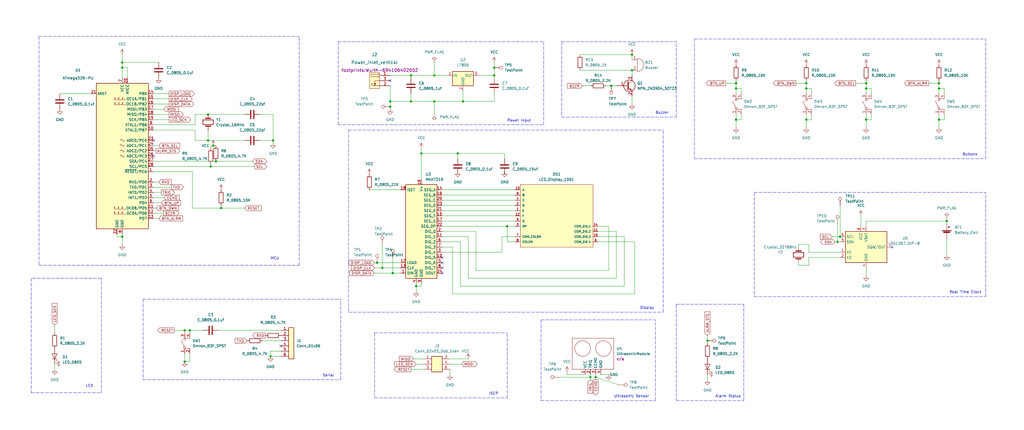
<source format=kicad_sch>
(kicad_sch (version 20211123) (generator eeschema)
  (paper "User" 499.999 210.007)
  (junction (at 212.09 49.53))
  (junction (at 223.52 74.93))
  (junction (at 359.41 43.18))
  (junction (at 422.91 40.64))
  (junction (at 408.94 118.11))
  (junction (at 393.7 58.42))
  (junction (at 308.61 26.67))
  (junction (at 102.87 81.28))
  (junction (at 345.44 166.37))
  (junction (at 359.41 40.64))
  (junction (at 132.08 173.99))
  (junction (at 101.6 55.88))
  (junction (at 90.17 176.53))
  (junction (at 422.91 58.42))
  (junction (at 359.41 58.42))
  (junction (at 92.71 161.29))
  (junction (at 393.7 40.64))
  (junction (at 59.69 30.48))
  (junction (at 241.3 36.83))
  (junction (at 308.61 34.29))
  (junction (at 186.69 130.81))
  (junction (at 458.47 43.18))
  (junction (at 422.91 43.18))
  (junction (at 107.95 101.6))
  (junction (at 298.45 41.91))
  (junction (at 458.47 58.42))
  (junction (at 200.66 36.83))
  (junction (at 205.74 74.93))
  (junction (at 288.29 184.15))
  (junction (at 247.65 110.49))
  (junction (at 200.66 49.53))
  (junction (at 458.47 40.64))
  (junction (at 101.6 68.58))
  (junction (at 226.06 49.53))
  (junction (at 290.83 184.15))
  (junction (at 190.5 52.07))
  (junction (at 203.2 139.7))
  (junction (at 90.17 161.29))
  (junction (at 393.7 43.18))
  (junction (at 191.77 133.35))
  (junction (at 190.5 49.53))
  (junction (at 105.41 78.74))
  (junction (at 104.14 71.12))
  (junction (at 184.15 128.27))
  (junction (at 212.09 36.83))
  (junction (at 410.21 115.57))
  (junction (at 59.69 115.57))
  (junction (at 59.69 33.02))
  (junction (at 133.35 68.58))
  (junction (at 462.28 107.95))
  (junction (at 241.3 33.02))
  (no_connect (at 74.93 68.58))
  (no_connect (at 137.16 168.91))
  (no_connect (at 435.61 120.65))
  (no_connect (at 215.9 130.81))
  (no_connect (at 215.9 133.35))
  (no_connect (at 215.9 125.73))
  (no_connect (at 215.9 128.27))
  (no_connect (at 74.93 76.2))
  (no_connect (at 190.5 39.37))
  (wire (pts (xy 57.15 114.3) (xy 57.15 115.57)))
  (wire (pts (xy 453.39 40.64) (xy 458.47 40.64)))
  (wire (pts (xy 191.77 133.35) (xy 195.58 133.35)))
  (wire (pts (xy 458.47 43.18) (xy 458.47 40.64)))
  (polyline (pts (xy 265.43 60.96) (xy 265.43 20.32)))
  (polyline (pts (xy 182.88 162.56) (xy 182.88 194.31)))
  (wire (pts (xy 186.69 130.81) (xy 195.58 130.81)))
  (wire (pts (xy 298.45 41.91) (xy 300.99 41.91)))
  (wire (pts (xy 228.6 175.26) (xy 219.71 175.26)))
  (polyline (pts (xy 330.2 195.58) (xy 363.22 195.58)))
  (wire (pts (xy 133.35 68.58) (xy 133.35 69.85)))
  (wire (pts (xy 458.47 62.23) (xy 458.47 58.42)))
  (wire (pts (xy 107.95 101.6) (xy 119.38 101.6)))
  (wire (pts (xy 246.38 83.82) (xy 246.38 85.09)))
  (polyline (pts (xy 165.1 60.96) (xy 265.43 60.96)))
  (polyline (pts (xy 274.32 20.32) (xy 330.2 20.32)))
  (wire (pts (xy 422.91 107.95) (xy 462.28 107.95)))
  (wire (pts (xy 59.69 30.48) (xy 77.47 30.48)))
  (wire (pts (xy 396.24 43.18) (xy 393.7 43.18)))
  (wire (pts (xy 232.41 113.03) (xy 232.41 132.08)))
  (wire (pts (xy 180.34 92.71) (xy 195.58 92.71)))
  (wire (pts (xy 422.91 110.49) (xy 422.91 107.95)))
  (wire (pts (xy 205.74 139.7) (xy 203.2 139.7)))
  (wire (pts (xy 133.35 55.88) (xy 133.35 68.58)))
  (wire (pts (xy 422.91 134.62) (xy 422.91 130.81)))
  (polyline (pts (xy 170.18 63.5) (xy 170.18 152.4)))
  (wire (pts (xy 205.74 138.43) (xy 205.74 139.7)))
  (wire (pts (xy 200.66 180.34) (xy 207.01 180.34)))
  (polyline (pts (xy 363.22 195.58) (xy 363.22 148.59)))
  (wire (pts (xy 82.55 55.88) (xy 74.93 55.88)))
  (wire (pts (xy 458.47 40.64) (xy 458.47 39.37)))
  (wire (pts (xy 78.74 99.06) (xy 74.93 99.06)))
  (wire (pts (xy 203.2 139.7) (xy 203.2 138.43)))
  (polyline (pts (xy 15.24 135.89) (xy 15.24 144.78)))
  (wire (pts (xy 215.9 115.57) (xy 228.6 115.57)))
  (wire (pts (xy 224.79 139.7) (xy 304.8 139.7)))
  (wire (pts (xy 184.15 128.27) (xy 195.58 128.27)))
  (wire (pts (xy 422.91 62.23) (xy 422.91 58.42)))
  (wire (pts (xy 461.01 58.42) (xy 458.47 58.42)))
  (wire (pts (xy 90.17 161.29) (xy 90.17 162.56)))
  (wire (pts (xy 309.88 143.51) (xy 309.88 118.11)))
  (wire (pts (xy 232.41 132.08) (xy 297.18 132.08)))
  (wire (pts (xy 361.95 45.72) (xy 361.95 43.18)))
  (wire (pts (xy 205.74 74.93) (xy 223.52 74.93)))
  (wire (pts (xy 59.69 26.67) (xy 59.69 30.48)))
  (wire (pts (xy 201.93 175.26) (xy 207.01 175.26)))
  (wire (pts (xy 215.9 118.11) (xy 224.79 118.11)))
  (wire (pts (xy 247.65 110.49) (xy 251.46 110.49)))
  (polyline (pts (xy 339.09 77.47) (xy 481.33 77.47)))
  (wire (pts (xy 219.71 182.88) (xy 219.71 180.34)))
  (polyline (pts (xy 49.53 135.89) (xy 15.24 135.89)))
  (wire (pts (xy 408.94 109.22) (xy 408.94 118.11)))
  (wire (pts (xy 205.74 74.93) (xy 205.74 87.63)))
  (wire (pts (xy 137.16 171.45) (xy 132.08 171.45)))
  (wire (pts (xy 359.41 45.72) (xy 359.41 43.18)))
  (wire (pts (xy 461.01 43.18) (xy 458.47 43.18)))
  (wire (pts (xy 359.41 43.18) (xy 359.41 40.64)))
  (wire (pts (xy 182.88 128.27) (xy 184.15 128.27)))
  (polyline (pts (xy 481.33 77.47) (xy 481.33 19.05)))
  (wire (pts (xy 245.11 115.57) (xy 251.46 115.57)))
  (wire (pts (xy 26.67 158.75) (xy 26.67 162.56)))
  (wire (pts (xy 215.9 123.19) (xy 245.11 123.19)))
  (wire (pts (xy 308.61 26.67) (xy 308.61 29.21)))
  (wire (pts (xy 99.06 161.29) (xy 92.71 161.29)))
  (polyline (pts (xy 15.24 191.77) (xy 49.53 191.77)))
  (wire (pts (xy 462.28 124.46) (xy 462.28 116.84)))
  (wire (pts (xy 215.9 105.41) (xy 251.46 105.41)))
  (wire (pts (xy 78.74 93.98) (xy 74.93 93.98)))
  (wire (pts (xy 417.83 40.64) (xy 422.91 40.64)))
  (wire (pts (xy 393.7 45.72) (xy 393.7 43.18)))
  (wire (pts (xy 182.88 130.81) (xy 186.69 130.81)))
  (wire (pts (xy 284.48 41.91) (xy 288.29 41.91)))
  (wire (pts (xy 190.5 53.34) (xy 190.5 52.07)))
  (wire (pts (xy 247.65 118.11) (xy 247.65 110.49)))
  (wire (pts (xy 458.47 45.72) (xy 458.47 43.18)))
  (wire (pts (xy 82.55 58.42) (xy 74.93 58.42)))
  (wire (pts (xy 308.61 36.83) (xy 308.61 34.29)))
  (wire (pts (xy 354.33 40.64) (xy 359.41 40.64)))
  (polyline (pts (xy 339.09 19.05) (xy 481.33 19.05)))
  (wire (pts (xy 83.82 91.44) (xy 74.93 91.44)))
  (wire (pts (xy 124.46 81.28) (xy 102.87 81.28)))
  (wire (pts (xy 95.25 55.88) (xy 101.6 55.88)))
  (wire (pts (xy 215.9 113.03) (xy 232.41 113.03)))
  (wire (pts (xy 228.6 115.57) (xy 228.6 135.89)))
  (wire (pts (xy 393.7 62.23) (xy 393.7 58.42)))
  (wire (pts (xy 422.91 58.42) (xy 422.91 55.88)))
  (wire (pts (xy 90.17 176.53) (xy 92.71 176.53)))
  (wire (pts (xy 297.18 182.88) (xy 293.37 182.88)))
  (polyline (pts (xy 330.2 57.15) (xy 330.2 20.32)))
  (wire (pts (xy 200.66 45.72) (xy 200.66 49.53)))
  (wire (pts (xy 361.95 58.42) (xy 359.41 58.42)))
  (wire (pts (xy 302.26 187.96) (xy 290.83 184.15)))
  (wire (pts (xy 95.25 68.58) (xy 95.25 63.5)))
  (wire (pts (xy 215.9 92.71) (xy 251.46 92.71)))
  (wire (pts (xy 241.3 30.48) (xy 241.3 33.02)))
  (wire (pts (xy 407.67 118.11) (xy 408.94 118.11)))
  (wire (pts (xy 74.93 60.96) (xy 95.25 60.96)))
  (wire (pts (xy 62.23 33.02) (xy 59.69 33.02)))
  (wire (pts (xy 425.45 58.42) (xy 422.91 58.42)))
  (wire (pts (xy 190.5 49.53) (xy 200.66 49.53)))
  (wire (pts (xy 90.17 172.72) (xy 90.17 176.53)))
  (wire (pts (xy 233.68 36.83) (xy 241.3 36.83)))
  (wire (pts (xy 410.21 100.33) (xy 410.21 115.57)))
  (wire (pts (xy 102.87 80.01) (xy 102.87 81.28)))
  (wire (pts (xy 59.69 119.38) (xy 59.69 115.57)))
  (wire (pts (xy 76.2 73.66) (xy 74.93 73.66)))
  (wire (pts (xy 290.83 184.15) (xy 290.83 182.88)))
  (wire (pts (xy 80.01 96.52) (xy 74.93 96.52)))
  (wire (pts (xy 273.05 184.15) (xy 288.29 184.15)))
  (wire (pts (xy 127 68.58) (xy 133.35 68.58)))
  (wire (pts (xy 132.08 173.99) (xy 137.16 173.99)))
  (polyline (pts (xy 15.24 144.78) (xy 15.24 191.77)))
  (wire (pts (xy 215.9 120.65) (xy 220.98 120.65)))
  (wire (pts (xy 80.01 104.14) (xy 74.93 104.14)))
  (wire (pts (xy 241.3 36.83) (xy 241.3 38.1)))
  (wire (pts (xy 300.99 135.89) (xy 300.99 113.03)))
  (wire (pts (xy 205.74 72.39) (xy 205.74 74.93)))
  (wire (pts (xy 82.55 50.8) (xy 74.93 50.8)))
  (wire (pts (xy 95.25 68.58) (xy 101.6 68.58)))
  (wire (pts (xy 422.91 40.64) (xy 422.91 39.37)))
  (polyline (pts (xy 69.85 146.05) (xy 69.85 185.42)))
  (polyline (pts (xy 274.32 57.15) (xy 330.2 57.15)))
  (wire (pts (xy 95.25 63.5) (xy 74.93 63.5)))
  (wire (pts (xy 361.95 43.18) (xy 359.41 43.18)))
  (polyline (pts (xy 182.88 194.31) (xy 247.65 194.31)))
  (wire (pts (xy 219.71 177.8) (xy 226.06 177.8)))
  (wire (pts (xy 77.47 71.12) (xy 74.93 71.12)))
  (polyline (pts (xy 323.85 152.4) (xy 323.85 63.5)))
  (polyline (pts (xy 330.2 148.59) (xy 363.22 148.59)))
  (polyline (pts (xy 339.09 19.05) (xy 339.09 77.47)))
  (polyline (pts (xy 481.33 144.78) (xy 481.33 93.98)))
  (wire (pts (xy 393.7 40.64) (xy 393.7 39.37)))
  (wire (pts (xy 220.98 120.65) (xy 220.98 143.51)))
  (polyline (pts (xy 368.3 144.78) (xy 481.33 144.78)))
  (wire (pts (xy 224.79 118.11) (xy 224.79 139.7)))
  (wire (pts (xy 62.23 38.1) (xy 62.23 33.02)))
  (wire (pts (xy 425.45 43.18) (xy 422.91 43.18)))
  (wire (pts (xy 283.21 34.29) (xy 308.61 34.29)))
  (wire (pts (xy 461.01 45.72) (xy 461.01 43.18)))
  (wire (pts (xy 425.45 45.72) (xy 425.45 43.18)))
  (polyline (pts (xy 69.85 185.42) (xy 166.37 185.42)))
  (wire (pts (xy 283.21 26.67) (xy 308.61 26.67)))
  (polyline (pts (xy 69.85 146.05) (xy 166.37 146.05)))
  (polyline (pts (xy 182.88 162.56) (xy 247.65 162.56)))
  (wire (pts (xy 105.41 78.74) (xy 123.19 78.74)))
  (wire (pts (xy 359.41 40.64) (xy 359.41 39.37)))
  (polyline (pts (xy 247.65 194.31) (xy 247.65 162.56)))
  (wire (pts (xy 212.09 55.88) (xy 212.09 49.53)))
  (wire (pts (xy 107.95 100.33) (xy 107.95 101.6)))
  (wire (pts (xy 396.24 45.72) (xy 396.24 43.18)))
  (polyline (pts (xy 274.32 20.32) (xy 274.32 57.15)))
  (wire (pts (xy 191.77 125.73) (xy 191.77 133.35)))
  (wire (pts (xy 345.44 166.37) (xy 345.44 167.64)))
  (wire (pts (xy 461.01 55.88) (xy 461.01 58.42)))
  (wire (pts (xy 212.09 36.83) (xy 218.44 36.83)))
  (wire (pts (xy 186.69 119.38) (xy 186.69 130.81)))
  (wire (pts (xy 93.98 101.6) (xy 107.95 101.6)))
  (wire (pts (xy 82.55 48.26) (xy 74.93 48.26)))
  (wire (pts (xy 223.52 83.82) (xy 223.52 85.09)))
  (wire (pts (xy 215.9 102.87) (xy 251.46 102.87)))
  (polyline (pts (xy 19.05 17.78) (xy 19.05 129.54)))
  (polyline (pts (xy 146.05 129.54) (xy 146.05 17.78)))
  (polyline (pts (xy 19.05 17.78) (xy 146.05 17.78)))
  (wire (pts (xy 241.3 33.02) (xy 241.3 36.83)))
  (wire (pts (xy 394.97 125.73) (xy 410.21 125.73)))
  (wire (pts (xy 309.88 118.11) (xy 292.1 118.11)))
  (wire (pts (xy 276.86 181.61) (xy 276.86 182.88)))
  (wire (pts (xy 295.91 41.91) (xy 298.45 41.91)))
  (wire (pts (xy 288.29 184.15) (xy 288.29 182.88)))
  (polyline (pts (xy 368.3 93.98) (xy 481.33 93.98)))
  (wire (pts (xy 105.41 78.74) (xy 74.93 78.74)))
  (wire (pts (xy 76.2 101.6) (xy 74.93 101.6)))
  (wire (pts (xy 288.29 185.42) (xy 288.29 184.15)))
  (wire (pts (xy 228.6 135.89) (xy 300.99 135.89)))
  (wire (pts (xy 128.27 166.37) (xy 137.16 166.37)))
  (wire (pts (xy 57.15 115.57) (xy 59.69 115.57)))
  (wire (pts (xy 389.89 119.38) (xy 394.97 119.38)))
  (wire (pts (xy 93.98 83.82) (xy 74.93 83.82)))
  (wire (pts (xy 396.24 55.88) (xy 396.24 58.42)))
  (wire (pts (xy 394.97 119.38) (xy 394.97 123.19)))
  (wire (pts (xy 361.95 55.88) (xy 361.95 58.42)))
  (wire (pts (xy 77.47 88.9) (xy 74.93 88.9)))
  (wire (pts (xy 26.67 180.34) (xy 26.67 177.8)))
  (wire (pts (xy 215.9 97.79) (xy 251.46 97.79)))
  (wire (pts (xy 85.09 161.29) (xy 90.17 161.29)))
  (polyline (pts (xy 165.1 20.32) (xy 165.1 60.96)))
  (wire (pts (xy 95.25 60.96) (xy 95.25 55.88)))
  (polyline (pts (xy 368.3 93.98) (xy 368.3 144.78)))
  (wire (pts (xy 462.28 107.95) (xy 462.28 106.68)))
  (wire (pts (xy 212.09 30.48) (xy 212.09 36.83)))
  (wire (pts (xy 304.8 115.57) (xy 292.1 115.57)))
  (polyline (pts (xy 264.16 195.58) (xy 320.04 195.58)))
  (wire (pts (xy 389.89 128.27) (xy 389.89 129.54)))
  (wire (pts (xy 251.46 118.11) (xy 247.65 118.11)))
  (wire (pts (xy 212.09 49.53) (xy 226.06 49.53)))
  (wire (pts (xy 59.69 30.48) (xy 59.69 33.02)))
  (wire (pts (xy 408.94 118.11) (xy 410.21 118.11)))
  (polyline (pts (xy 49.53 191.77) (xy 49.53 135.89)))
  (wire (pts (xy 462.28 109.22) (xy 462.28 107.95)))
  (wire (pts (xy 190.5 36.83) (xy 200.66 36.83)))
  (polyline (pts (xy 264.16 156.21) (xy 320.04 156.21)))
  (wire (pts (xy 200.66 36.83) (xy 212.09 36.83)))
  (wire (pts (xy 132.08 171.45) (xy 132.08 173.99)))
  (wire (pts (xy 393.7 43.18) (xy 393.7 40.64)))
  (wire (pts (xy 215.9 95.25) (xy 251.46 95.25)))
  (wire (pts (xy 290.83 185.42) (xy 290.83 184.15)))
  (wire (pts (xy 393.7 58.42) (xy 393.7 55.88)))
  (wire (pts (xy 458.47 58.42) (xy 458.47 55.88)))
  (wire (pts (xy 389.89 120.65) (xy 389.89 119.38)))
  (wire (pts (xy 104.14 71.12) (xy 102.87 71.12)))
  (wire (pts (xy 246.38 74.93) (xy 246.38 77.47)))
  (wire (pts (xy 394.97 129.54) (xy 394.97 125.73)))
  (wire (pts (xy 215.9 100.33) (xy 251.46 100.33)))
  (polyline (pts (xy 165.1 20.32) (xy 265.43 20.32)))
  (wire (pts (xy 92.71 161.29) (xy 92.71 162.56)))
  (wire (pts (xy 300.99 113.03) (xy 292.1 113.03)))
  (wire (pts (xy 29.21 45.72) (xy 44.45 45.72)))
  (wire (pts (xy 77.47 106.68) (xy 74.93 106.68)))
  (wire (pts (xy 106.68 161.29) (xy 137.16 161.29)))
  (polyline (pts (xy 170.18 63.5) (xy 323.85 63.5)))
  (wire (pts (xy 359.41 62.23) (xy 359.41 58.42)))
  (wire (pts (xy 101.6 68.58) (xy 119.38 68.58)))
  (wire (pts (xy 127 55.88) (xy 133.35 55.88)))
  (wire (pts (xy 59.69 115.57) (xy 59.69 114.3)))
  (wire (pts (xy 80.01 53.34) (xy 74.93 53.34)))
  (wire (pts (xy 304.8 139.7) (xy 304.8 115.57)))
  (wire (pts (xy 104.14 71.12) (xy 105.41 71.12)))
  (wire (pts (xy 359.41 58.42) (xy 359.41 55.88)))
  (wire (pts (xy 308.61 46.99) (xy 308.61 50.8)))
  (wire (pts (xy 93.98 101.6) (xy 93.98 83.82)))
  (wire (pts (xy 203.2 177.8) (xy 207.01 177.8)))
  (wire (pts (xy 241.3 49.53) (xy 241.3 45.72)))
  (wire (pts (xy 388.62 40.64) (xy 393.7 40.64)))
  (wire (pts (xy 102.87 81.28) (xy 74.93 81.28)))
  (wire (pts (xy 297.18 110.49) (xy 292.1 110.49)))
  (wire (pts (xy 420.37 105.41) (xy 420.37 110.49)))
  (wire (pts (xy 200.66 36.83) (xy 200.66 38.1)))
  (wire (pts (xy 101.6 55.88) (xy 119.38 55.88)))
  (wire (pts (xy 101.6 63.5) (xy 101.6 68.58)))
  (wire (pts (xy 200.66 49.53) (xy 212.09 49.53)))
  (wire (pts (xy 226.06 49.53) (xy 226.06 44.45)))
  (polyline (pts (xy 264.16 156.21) (xy 264.16 195.58)))
  (wire (pts (xy 102.87 72.39) (xy 102.87 71.12)))
  (wire (pts (xy 422.91 43.18) (xy 422.91 40.64)))
  (wire (pts (xy 389.89 129.54) (xy 394.97 129.54)))
  (polyline (pts (xy 330.2 148.59) (xy 330.2 195.58)))
  (wire (pts (xy 422.91 45.72) (xy 422.91 43.18)))
  (wire (pts (xy 92.71 176.53) (xy 92.71 172.72)))
  (wire (pts (xy 396.24 58.42) (xy 393.7 58.42)))
  (wire (pts (xy 190.5 52.07) (xy 190.5 49.53)))
  (polyline (pts (xy 320.04 195.58) (xy 320.04 156.21)))
  (wire (pts (xy 215.9 110.49) (xy 247.65 110.49)))
  (wire (pts (xy 90.17 161.29) (xy 92.71 161.29)))
  (polyline (pts (xy 170.18 152.4) (xy 323.85 152.4)))
  (wire (pts (xy 297.18 132.08) (xy 297.18 110.49)))
  (polyline (pts (xy 19.05 129.54) (xy 146.05 129.54)))
  (wire (pts (xy 345.44 185.42) (xy 345.44 182.88)))
  (wire (pts (xy 190.5 41.91) (xy 190.5 49.53)))
  (wire (pts (xy 82.55 45.72) (xy 74.93 45.72)))
  (wire (pts (xy 406.4 115.57) (xy 410.21 115.57)))
  (wire (pts (xy 215.9 107.95) (xy 251.46 107.95)))
  (wire (pts (xy 220.98 143.51) (xy 309.88 143.51)))
  (wire (pts (xy 425.45 55.88) (xy 425.45 58.42)))
  (wire (pts (xy 59.69 33.02) (xy 59.69 38.1)))
  (wire (pts (xy 203.2 142.24) (xy 203.2 139.7)))
  (wire (pts (xy 245.11 123.19) (xy 245.11 115.57)))
  (wire (pts (xy 223.52 74.93) (xy 223.52 77.47)))
  (wire (pts (xy 226.06 49.53) (xy 241.3 49.53)))
  (wire (pts (xy 182.88 133.35) (xy 191.77 133.35)))
  (polyline (pts (xy 166.37 185.42) (xy 166.37 146.05)))
  (wire (pts (xy 276.86 182.88) (xy 285.75 182.88)))
  (wire (pts (xy 223.52 74.93) (xy 246.38 74.93)))
  (wire (pts (xy 345.44 163.83) (xy 345.44 166.37)))
  (wire (pts (xy 394.97 123.19) (xy 410.21 123.19)))
  (text "MCU" (at 132.08 127 0) (effects (font (size 1.27 1.27)) (justify left bottom)))
  (text "Buzzer" (at 320.04 55.88 0) (effects (font (size 1.27 1.27)) (justify left bottom)))
  (text "Power Input" (at 247.65 59.69 0) (effects (font (size 1.27 1.27)) (justify left bottom)))
  (text "LED\n" (at 41.91 189.23 0) (effects (font (size 1.27 1.27)) (justify left bottom)))
  (text "Ultrasonic Sensor" (at 299.72 194.31 0) (effects (font (size 1.27 1.27)) (justify left bottom)))
  (text "Alarm Status" (at 349.25 194.31 0) (effects (font (size 1.27 1.27)) (justify left bottom)))
  (text "ISCP" (at 238.76 193.04 0) (effects (font (size 1.27 1.27)) (justify left bottom)))
  (text "Display" (at 312.42 151.13 0) (effects (font (size 1.27 1.27)) (justify left bottom)))
  (text "Serial" (at 157.48 184.15 0) (effects (font (size 1.27 1.27)) (justify left bottom)))
  (text "Real Time Clock" (at 463.55 143.51 0) (effects (font (size 1.27 1.27)) (justify left bottom)))
  (text "Buttons" (at 469.9 76.2 0) (effects (font (size 1.27 1.27)) (justify left bottom)))
  (global_label "TRIG" (shape output) (at 78.74 93.98 0) (property "Intersheet References" "${INTERSHEET_REFS}" (effects hide)))
  (global_label "BTN_SEL" (shape output) (at 417.83 40.64 180) (property "Intersheet References" "${INTERSHEET_REFS}" (effects hide)))
  (global_label "BTN_DWN" (shape input) (at 76.2 101.6 0) (property "Intersheet References" "${INTERSHEET_REFS}" (effects hide)))
  (global_label "RESET" (shape output) (at 85.09 161.29 180) (property "Intersheet References" "${INTERSHEET_REFS}" (effects hide)))
  (global_label "BTN_UP" (shape output) (at 354.33 40.64 180) (property "Intersheet References" "${INTERSHEET_REFS}" (effects hide)))
  (global_label "LED_SCK" (shape input) (at 26.67 158.75 90) (property "Intersheet References" "${INTERSHEET_REFS}" (effects hide)))
  (global_label "RXD" (shape output) (at 129.54 163.83 180) (property "Intersheet References" "${INTERSHEET_REFS}" (effects hide)))
  (global_label "MISO" (shape input) (at 201.93 175.26 180) (property "Intersheet References" "${INTERSHEET_REFS}" (effects hide)))
  (global_label "BTN_DWN" (shape output) (at 388.62 40.64 180) (property "Intersheet References" "${INTERSHEET_REFS}" (effects hide)))
  (global_label "DISP_LOAD" (shape output) (at 82.55 45.72 0) (property "Intersheet References" "${INTERSHEET_REFS}" (effects hide)))
  (global_label "MISO" (shape output) (at 82.55 55.88 0) (property "Intersheet References" "${INTERSHEET_REFS}" (effects hide)))
  (global_label "BTN_ALRM" (shape input) (at 77.47 106.68 0) (property "Intersheet References" "${INTERSHEET_REFS}" (effects hide)))
  (global_label "RESET" (shape input) (at 119.38 101.6 0) (property "Intersheet References" "${INTERSHEET_REFS}" (effects hide)))
  (global_label "MOSI" (shape input) (at 80.01 53.34 0) (property "Intersheet References" "${INTERSHEET_REFS}" (effects hide)))
  (global_label "DISP_DATA" (shape output) (at 82.55 50.8 0) (property "Intersheet References" "${INTERSHEET_REFS}" (effects hide)))
  (global_label "ALRM_STS" (shape output) (at 76.2 73.66 0) (property "Intersheet References" "${INTERSHEET_REFS}" (effects hide)))
  (global_label "TRIG" (shape input) (at 288.29 185.42 270) (property "Intersheet References" "${INTERSHEET_REFS}" (effects hide)))
  (global_label "LED_SCK" (shape input) (at 203.2 177.8 180) (property "Intersheet References" "${INTERSHEET_REFS}" (effects hide)))
  (global_label "SDA" (shape bidirectional) (at 123.19 78.74 0) (property "Intersheet References" "${INTERSHEET_REFS}" (effects hide)))
  (global_label "DISP_CLK" (shape input) (at 182.88 130.81 180) (property "Intersheet References" "${INTERSHEET_REFS}" (effects hide)))
  (global_label "ECHO" (shape output) (at 290.83 185.42 270) (property "Intersheet References" "${INTERSHEET_REFS}" (effects hide)))
  (global_label "DISP_DATA" (shape input) (at 182.88 133.35 180) (property "Intersheet References" "${INTERSHEET_REFS}" (effects hide)))
  (global_label "BZZR" (shape input) (at 284.48 41.91 180) (property "Intersheet References" "${INTERSHEET_REFS}" (effects hide)))
  (global_label "RXD" (shape input) (at 77.47 88.9 0) (property "Intersheet References" "${INTERSHEET_REFS}" (effects hide)))
  (global_label "BTN_UP" (shape input) (at 78.74 99.06 0) (property "Intersheet References" "${INTERSHEET_REFS}" (effects hide)))
  (global_label "TXD" (shape input) (at 120.65 166.37 180) (property "Intersheet References" "${INTERSHEET_REFS}" (effects hide)))
  (global_label "SCL" (shape input) (at 406.4 115.57 180) (property "Intersheet References" "${INTERSHEET_REFS}" (effects hide)))
  (global_label "ECHO" (shape input) (at 80.01 96.52 0) (property "Intersheet References" "${INTERSHEET_REFS}" (effects hide)))
  (global_label "TXD" (shape output) (at 83.82 91.44 0) (property "Intersheet References" "${INTERSHEET_REFS}" (effects hide)))
  (global_label "BTN_SEL" (shape input) (at 77.47 71.12 0) (property "Intersheet References" "${INTERSHEET_REFS}" (effects hide)))
  (global_label "LED_SCK" (shape output) (at 82.55 58.42 0) (property "Intersheet References" "${INTERSHEET_REFS}" (effects hide)))
  (global_label "RESET" (shape output) (at 200.66 180.34 180) (property "Intersheet References" "${INTERSHEET_REFS}" (effects hide)))
  (global_label "DISP_CLK" (shape output) (at 82.55 48.26 0) (property "Intersheet References" "${INTERSHEET_REFS}" (effects hide)))
  (global_label "SDA" (shape bidirectional) (at 407.67 118.11 180) (property "Intersheet References" "${INTERSHEET_REFS}" (effects hide)))
  (global_label "BTN_ALRM" (shape output) (at 453.39 40.64 180) (property "Intersheet References" "${INTERSHEET_REFS}" (effects hide)))
  (global_label "DISP_LOAD" (shape input) (at 182.88 128.27 180) (property "Intersheet References" "${INTERSHEET_REFS}" (effects hide)))
  (global_label "SCL" (shape output) (at 124.46 81.28 0) (property "Intersheet References" "${INTERSHEET_REFS}" (effects hide)))
  (global_label "BZZR" (shape output) (at 80.01 104.14 0) (property "Intersheet References" "${INTERSHEET_REFS}" (effects hide)))
  (global_label "ALRM_STS" (shape input) (at 345.44 163.83 90) (property "Intersheet References" "${INTERSHEET_REFS}" (effects hide)))
  (global_label "MOSI" (shape output) (at 226.06 177.8 0) (property "Intersheet References" "${INTERSHEET_REFS}" (effects hide)))
  (symbol (lib_id "HPS:VCC") (at 107.95 92.71 0) (unit 1)
    (property "Reference" "#PWR0107" (effects hide))
    (property "Value" "VCC" (at 107.95 87.63 0))
  )
  (symbol (lib_id "HPS:MAX7219") (at 205.74 113.03 0) (unit 1)
    (property "Reference" "U3" (at 207.7594 85.09 0) (effects (justify left)))
    (property "Value" "MAX7219" (at 207.7594 87.63 0) (effects (justify left)))
    (property "Footprint" "footprints:DIP-24_W7.62mm" (effects hide))
    (property "Datasheet" "https://datasheets.maximintegrated.com/en/ds/MAX7219-MAX7221.pdf" (effects hide))
    (property "MFG" "On Shore Technology Inc." (effects hide))
    (property "MPN" "ED241DT" (effects hide))
    (property "Digikey PN" "ED3049-5-ND" (effects hide))
    (property "Mouser PN" "N/A" (effects hide))
  )
  (symbol (lib_id "HPS:C_0805_10uf") (at 246.38 81.28 0) (unit 1)
    (property "Reference" "C9" (at 250.19 80.0099 0) (effects (justify left)))
    (property "Value" "C_0805_10uf" (at 250.19 82.5499 0) (effects (justify left)))
    (property "Footprint" "footprints:C_0805_2012Metric" (effects hide))
    (property "Datasheet" "https://search.murata.co.jp/Ceramy/image/img/A01X/G101/ENG/GRM21BR61E106KA73-01.pdf" (effects hide))
    (property "MFG" "Murata Electronics" (effects hide))
    (property "MPN" "GRM21BR61E106KA73L" (effects hide))
    (property "Digikey PN" "490-5523-1-ND" (effects hide))
    (property "Mouser PN" "N/A" (effects hide))
    (property "Voltage" "N/A" (effects hide))
    (property "Dielectric" "N/A" (effects hide))
    (property "Tolerance" "N/A" (effects hide))
  )
  (symbol (lib_id "HPS:GND") (at 132.08 173.99 0) (unit 1)
    (property "Reference" "#PWR0102" (effects hide))
    (property "Value" "GND" (at 132.08 179.07 0))
  )
  (symbol (lib_id "HPS:Crystal_16MHz") (at 101.6 59.69 90) (unit 1)
    (property "Reference" "Y1" (at 105.41 58.4199 90) (effects (justify right)))
    (property "Value" "Crystal_16MHz" (at 105.41 60.9599 90) (effects (justify right)))
    (property "Footprint" "footprints:Crystal_SMD_HC49-SD" (effects hide))
    (property "Datasheet" "https://ecsxtal.com/store/pdf/csm-7x-dn.pdf" (effects hide))
    (property "MFG" "ECS Inc." (effects hide))
    (property "MPN" "ECS-160-20-5PXDN-TR" (effects hide))
    (property "Digikey PN" "XC1299CT-ND" (effects hide))
    (property "Mouser PN" "N/A" (effects hide))
  )
  (symbol (lib_id "HPS:VCC") (at 359.41 31.75 0) (unit 1)
    (property "Reference" "#PWR0133" (effects hide))
    (property "Value" "VCC" (at 359.41 26.67 0))
  )
  (symbol (lib_id "HPS:LED_0805") (at 345.44 179.07 90) (unit 1)
    (property "Reference" "D2" (at 349.25 179.4001 90) (effects (justify right)))
    (property "Value" "LED_0805" (at 349.25 181.9401 90) (effects (justify right)))
    (property "Footprint" "footprints:LED_0805_2012Metric" (effects hide))
    (property "Datasheet" "https://www.we-online.de/katalog/datasheet/150080RS75000.pdf" (effects hide))
    (property "MFG" "Würth Elektronik" (effects hide))
    (property "MPN" "150080RS75000" (effects hide))
    (property "Digikey PN" "732-4984-1-ND" (effects hide))
    (property "Mouser PN" "N/A" (effects hide))
  )
  (symbol (lib_id "HPS:NPN_2N3904_SOT23") (at 306.07 41.91 0) (unit 1)
    (property "Reference" "Q1" (at 311.15 40.6399 0) (effects (justify left)))
    (property "Value" "NPN_2N3904_SOT23" (at 311.15 43.1799 0) (effects (justify left)))
    (property "Footprint" "footprints:SOT-23" (effects hide))
    (property "Datasheet" "https://www.mouser.com/datasheet/2/149/2N3904-82270.pdf" (effects hide))
    (property "MFG" "Central Semiconductor Corp" (effects hide))
    (property "MPN" "CMPT3904E TR PBFREE" (effects hide))
    (property "Digikey PN" "1514-CMPT3904ETRPBFREECT-ND" (effects hide))
    (property "Mouser PN" "N/A" (effects hide))
  )
  (symbol (lib_id "HPS:GND") (at 393.7 62.23 0) (unit 1)
    (property "Reference" "#PWR0135" (effects hide))
    (property "Value" "GND" (at 393.7 67.31 0))
  )
  (symbol (lib_id "HPS:GND") (at 359.41 62.23 0) (unit 1)
    (property "Reference" "#PWR0134" (effects hide))
    (property "Value" "GND" (at 359.41 67.31 0))
  )
  (symbol (lib_id "HPS:GND") (at 223.52 83.82 0) (unit 1)
    (property "Reference" "#PWR0117" (effects hide))
    (property "Value" "GND" (at 223.52 88.9 0))
  )
  (symbol (lib_id "HPS:VCC") (at 205.74 72.39 0) (unit 1)
    (property "Reference" "#PWR0114" (effects hide))
    (property "Value" "VCC" (at 205.74 67.31 0))
  )
  (symbol (lib_id "HPS:LED_0805") (at 26.67 173.99 90) (unit 1)
    (property "Reference" "D1" (at 30.48 174.3201 90) (effects (justify right)))
    (property "Value" "LED_0805" (at 30.48 176.8601 90) (effects (justify right)))
    (property "Footprint" "footprints:LED_0805_2012Metric" (effects hide))
    (property "Datasheet" "https://www.we-online.de/katalog/datasheet/150080RS75000.pdf" (effects hide))
    (property "MFG" "Würth Elektronik" (effects hide))
    (property "MPN" "150080RS75000" (effects hide))
    (property "Digikey PN" "732-4984-1-ND" (effects hide))
    (property "Mouser PN" "N/A" (effects hide))
  )
  (symbol (lib_id "HPS:Battery_Cell") (at 462.28 114.3 0) (unit 1)
    (property "Reference" "BT1" (at 466.09 110.9979 0) (effects (justify left)))
    (property "Value" "Battery_Cell" (at 466.09 113.5379 0) (effects (justify left)))
    (property "Footprint" "footprints:BatteryHolder_Keystone_106_1x20mm" (effects hide))
    (property "Datasheet" "https://media.digikey.com/pdf/Data%20Sheets/Memory%20Protection%20PDFs/Coin_Cell_Guide.pdf" (effects hide))
    (property "MFG" "MPD (Memory Protection Devices)" (effects hide))
    (property "MPN" "BS-7" (effects hide))
    (property "Digikey PN" "BS-7-ND" (effects hide))
    (property "Mouser PN" "N/A" (effects hide))
  )
  (symbol (lib_id "HPS:GND") (at 190.5 53.34 0) (unit 1)
    (property "Reference" "#PWR0115" (effects hide))
    (property "Value" "GND" (at 190.5 58.42 0))
  )
  (symbol (lib_id "HPS:GND") (at 29.21 53.34 0) (unit 1)
    (property "Reference" "#PWR0111" (effects hide))
    (property "Value" "GND" (at 29.21 58.42 0))
  )
  (symbol (lib_id "HPS:R_0805_4.7K") (at 124.46 166.37 90) (unit 1)
    (property "Reference" "R4" (at 124.46 170.18 90))
    (property "Value" "R_0805_4.7K" (at 124.46 172.72 90))
    (property "Footprint" "footprints:R_0805_2012Metric" (effects hide))
    (property "Datasheet" "https://www.digikey.com/en/products/detail/yageo/RC0805FR-074K7L/727929" (effects hide))
    (property "MFG" "Yageo" (effects hide))
    (property "MPN" "RC0805FR-074K7L" (effects hide))
    (property "Digikey PN" "311-4.70KCRCT-ND" (effects hide))
    (property "Mouser PN" "N/A" (effects hide))
    (property "Power" "N/A" (effects hide))
    (property "Tolerance" "N/A" (effects hide))
  )
  (symbol (lib_id "HPS:ATmega328-PU") (at 59.69 76.2 0) (unit 1)
    (property "Reference" "U1" (at 38.1 34.29 0))
    (property "Value" "ATmega328-PU" (at 38.1 38.1 0))
    (property "Footprint" "footprints:DIP-28_W7.62mm" (effects hide))
    (property "Datasheet" "http://www.microchip.com/mymicrochip/filehandler.aspx?ddocname=en608326" (effects hide))
    (property "MFG" "On Shore Technology Inc." (effects hide))
    (property "MPN" "ED281DT" (effects hide))
    (property "Digikey PN" "ED3050-5-ND" (effects hide))
    (property "Mouser PN" "N/A" (effects hide))
  )
  (symbol (lib_id "HPS:Conn_02x03_Odd_Even") (at 213.36 179.07 0) (unit 1)
    (property "Reference" "J3" (at 213.36 168.91 0))
    (property "Value" "Conn_02x03_Odd_Even" (at 213.36 171.45 0))
    (property "Footprint" "footprints:PinHeader_2x03_P2.54mm_Vertical" (effects hide))
    (property "Datasheet" "https://drawings-pdf.s3.amazonaws.com/11636.pdf" (effects hide))
    (property "MFG" "Sullins Connector Solutions" (effects hide))
    (property "MPN" "PRPC003DAAN-RC" (effects hide))
    (property "Digikey PN" "S2011EC-03-ND" (effects hide))
    (property "Mouser PN" "N/A" (effects hide))
  )
  (symbol (lib_id "HPS:R_0805_10K") (at 458.47 35.56 0) (unit 1)
    (property "Reference" "R12" (at 461.01 34.2899 0) (effects (justify left)))
    (property "Value" "R_0805_10K" (at 461.01 36.8299 0) (effects (justify left)))
    (property "Footprint" "footprints:R_0805_2012Metric" (effects hide))
    (property "Datasheet" "https://www.digikey.com/en/products/detail/yageo/RC0805FR-0710KL/727535" (effects hide))
    (property "MFG" "Yageo" (effects hide))
    (property "MPN" "RC0805FR-0710KL" (effects hide))
    (property "Digikey PN" "311-10.0KCRCT-ND" (effects hide))
    (property "Mouser PN" "N/A" (effects hide))
    (property "Power" "N/A" (effects hide))
    (property "Tolerance" "N/A" (effects hide))
  )
  (symbol (lib_id "HPS:R_0805_4.7K") (at 102.87 76.2 0) (unit 1)
    (property "Reference" "R5" (at 88.9 74.93 0) (effects (justify left)))
    (property "Value" "R_0805_4.7K" (at 88.9 77.47 0) (effects (justify left)))
    (property "Footprint" "footprints:R_0805_2012Metric" (effects hide))
    (property "Datasheet" "https://www.digikey.com/en/products/detail/yageo/RC0805FR-074K7L/727929" (effects hide))
    (property "MFG" "Yageo" (effects hide))
    (property "MPN" "RC0805FR-074K7L" (effects hide))
    (property "Digikey PN" "311-4.70KCRCT-ND" (effects hide))
    (property "Mouser PN" "N/A" (effects hide))
    (property "Power" "N/A" (effects hide))
    (property "Tolerance" "N/A" (effects hide))
  )
  (symbol (lib_id "HPS:R_0805_10K") (at 107.95 96.52 0) (unit 1)
    (property "Reference" "R2" (at 110.49 95.2499 0) (effects (justify left)))
    (property "Value" "R_0805_10K" (at 110.49 97.7899 0) (effects (justify left)))
    (property "Footprint" "footprints:R_0805_2012Metric" (effects hide))
    (property "Datasheet" "https://www.digikey.com/en/products/detail/yageo/RC0805FR-0710KL/727535" (effects hide))
    (property "MFG" "Yageo" (effects hide))
    (property "MPN" "RC0805FR-0710KL" (effects hide))
    (property "Digikey PN" "311-10.0KCRCT-ND" (effects hide))
    (property "Mouser PN" "N/A" (effects hide))
    (property "Power" "N/A" (effects hide))
    (property "Tolerance" "N/A" (effects hide))
  )
  (symbol (lib_id "HPS:TestPoint") (at 410.21 100.33 0) (unit 1)
    (property "Reference" "TP11" (at 412.75 95.7579 0) (effects (justify left)))
    (property "Value" "TestPoint" (at 412.75 98.2979 0) (effects (justify left)))
    (property "Footprint" "footprints:TestPoint_THTPad_D2.0mm_Drill1.0mm" (effects hide))
  )
  (symbol (lib_id "HPS:DS1307_DIP-8") (at 422.91 120.65 0) (unit 1)
    (property "Reference" "U5" (at 441.96 116.3193 0))
    (property "Value" "DS1307_DIP-8" (at 441.96 118.8593 0))
    (property "Footprint" "footprints:DIP-8_W7.62mm" (effects hide))
    (property "Datasheet" "https://datasheets.maximintegrated.com/en/ds/DS1307.pdf" (effects hide))
    (property "MFG" "Assmann WSW Components" (effects hide))
    (property "MPN" "A 08-LC-TT" (effects hide))
    (property "Digikey PN" "AE9986-ND" (effects hide))
    (property "Mouser PN" "N/A" (effects hide))
  )
  (symbol (lib_id "HPS:R_0805_2.2K") (at 26.67 166.37 0) (unit 1)
    (property "Reference" "R1" (at 29.21 165.0999 0) (effects (justify left)))
    (property "Value" "R_0805_2.2K" (at 29.21 167.6399 0) (effects (justify left)))
    (property "Footprint" "footprints:R_0805_2012Metric" (effects hide))
    (property "Datasheet" "https://www.digikey.com/en/products/detail/yageo/RC0805FR-072K2L/727676" (effects hide))
    (property "MFG" "N/A" (effects hide))
    (property "MPN" "N/A" (effects hide))
    (property "Digikey PN" "311-2.20KCRCT-ND" (effects hide))
    (property "Mouser PN" "N/A" (effects hide))
    (property "Power" "N/A" (effects hide))
    (property "Tolerance" "N/A" (effects hide))
  )
  (symbol (lib_id "HPS:TestPoint") (at 408.94 109.22 0) (unit 1)
    (property "Reference" "TP10" (at 398.78 105.41 0) (effects (justify left)))
    (property "Value" "TestPoint" (at 398.78 107.95 0) (effects (justify left)))
    (property "Footprint" "footprints:TestPoint_THTPad_D2.0mm_Drill1.0mm" (effects hide))
  )
  (symbol (lib_id "HPS:VCC") (at 276.86 181.61 0) (unit 1)
    (property "Reference" "#PWR0131" (effects hide))
    (property "Value" "VCC" (at 276.86 176.53 0))
  )
  (symbol (lib_id "HPS:Conn_01x06") (at 142.24 166.37 0) (unit 1)
    (property "Reference" "J1" (at 144.78 166.3699 0) (effects (justify left)))
    (property "Value" "Conn_01x06" (at 144.78 168.9099 0) (effects (justify left)))
    (property "Footprint" "footprints:PinHeader_1x06_P2.54mm_Vertical" (effects hide))
    (property "Datasheet" "https://www.we-online.de/katalog/datasheet/6130xx11121.pdf" (effects hide))
    (property "MFG" "Würth Elektronik" (effects hide))
    (property "MPN" "61300611121" (effects hide))
    (property "Digikey PN" "732-5319-ND" (effects hide))
    (property "Mouser PN" "N/A" (effects hide))
  )
  (symbol (lib_id "HPS:VCC") (at 241.3 30.48 0) (unit 1)
    (property "Reference" "#PWR0119" (effects hide))
    (property "Value" "VCC" (at 241.3 25.4 0))
  )
  (symbol (lib_id "HPS:Omron_B3F_SPST") (at 90.17 167.64 90) (unit 1)
    (property "Reference" "SW1" (at 93.98 166.3699 90) (effects (justify right)))
    (property "Value" "Omron_B3F_SPST" (at 93.98 168.9099 90) (effects (justify right)))
    (property "Footprint" "footprints:SW_SPST_Omron_B3FS-100xP" (effects hide))
    (property "Datasheet" "https://omronfs.omron.com/en_US/ecb/products/pdf/en-b3fs.pdf" (effects hide))
    (property "MFG" "Omron Electronics Inc-EMC Div" (effects hide))
    (property "MPN" "B3FS-1000P" (effects hide))
    (property "Digikey PN" "SW423CT-ND" (effects hide))
    (property "Mouser PN" "N/A" (effects hide))
  )
  (symbol (lib_id "HPS:TestPoint") (at 241.3 33.02 270) (unit 1)
    (property "Reference" "TP5" (at 246.38 31.7499 90) (effects (justify left)))
    (property "Value" "TestPoint" (at 246.38 34.2899 90) (effects (justify left)))
    (property "Footprint" "footprints:TestPoint_THTPad_D2.0mm_Drill1.0mm" (effects hide))
  )
  (symbol (lib_id "HPS:C_0805_0.1uf") (at 241.3 41.91 0) (unit 1)
    (property "Reference" "C7" (at 245.11 40.6399 0) (effects (justify left)))
    (property "Value" "C_0805_0.1uf" (at 245.11 43.1799 0) (effects (justify left)))
    (property "Footprint" "footprints:C_0805_2012Metric" (effects hide))
    (property "Datasheet" "https://datasheets.avx.com/X7RDielectric.pdf" (effects hide))
    (property "MFG" "AVX Corporation" (effects hide))
    (property "MPN" "08055C104KAT2A" (effects hide))
    (property "Digikey PN" "478-1395-1-ND" (effects hide))
    (property "Mouser PN" "N/A" (effects hide))
    (property "Voltage" "N/A" (effects hide))
    (property "Dielectric" "N/A" (effects hide))
    (property "Tolerance" "N/A" (effects hide))
  )
  (symbol (lib_id "HPS:GND") (at 133.35 69.85 0) (unit 1)
    (property "Reference" "#PWR0108" (effects hide))
    (property "Value" "GND" (at 133.35 74.93 0))
  )
  (symbol (lib_id "HPS:TestPoint") (at 298.45 41.91 180) (unit 1)
    (property "Reference" "TP7" (at 297.18 48.26 0) (effects (justify right)))
    (property "Value" "TestPoint" (at 297.18 50.8 0) (effects (justify right)))
    (property "Footprint" "footprints:TestPoint_THTPad_D2.0mm_Drill1.0mm" (effects hide))
  )
  (symbol (lib_id "HPS:VCC") (at 458.47 31.75 0) (unit 1)
    (property "Reference" "#PWR0123" (effects hide))
    (property "Value" "VCC" (at 458.47 26.67 0))
  )
  (symbol (lib_id "HPS:GND") (at 345.44 185.42 0) (unit 1)
    (property "Reference" "#PWR0127" (effects hide))
    (property "Value" "GND" (at 345.44 190.5 0))
  )
  (symbol (lib_id "HPS:R_0805_1K") (at 283.21 30.48 0) (unit 1)
    (property "Reference" "R13" (at 285.75 29.2099 0) (effects (justify left)))
    (property "Value" "R_0805_1K" (at 285.75 31.7499 0) (effects (justify left)))
    (property "Footprint" "footprints:R_0805_2012Metric" (effects hide))
    (property "Datasheet" "https://www.digikey.com/en/products/detail/yageo/RC0805FR-071KL/727444" (effects hide))
    (property "MFG" "Yageo" (effects hide))
    (property "Digikey PN" "RC0805FR-0710KL" (effects hide))
    (property "Mouser PN" "N/A" (effects hide))
    (property "Power" "N/A" (effects hide))
    (property "Tolerance" "N/A" (effects hide))
    (property "MPN" "RC0805FR-071KL" (effects hide))
  )
  (symbol (lib_id "HPS:R_0805_10K") (at 359.41 35.56 0) (unit 1)
    (property "Reference" "R9" (at 361.95 34.2899 0) (effects (justify left)))
    (property "Value" "R_0805_10K" (at 361.95 36.8299 0) (effects (justify left)))
    (property "Footprint" "footprints:R_0805_2012Metric" (effects hide))
    (property "Datasheet" "https://www.digikey.com/en/products/detail/yageo/RC0805FR-0710KL/727535" (effects hide))
    (property "MFG" "Yageo" (effects hide))
    (property "MPN" "RC0805FR-0710KL" (effects hide))
    (property "Digikey PN" "311-10.0KCRCT-ND" (effects hide))
    (property "Mouser PN" "N/A" (effects hide))
    (property "Power" "N/A" (effects hide))
    (property "Tolerance" "N/A" (effects hide))
  )
  (symbol (lib_id "HPS:VCC") (at 420.37 105.41 0) (unit 1)
    (property "Reference" "#PWR0136" (effects hide))
    (property "Value" "VCC" (at 420.37 100.33 0))
  )
  (symbol (lib_id "HPS:VCC") (at 308.61 26.67 0) (unit 1)
    (property "Reference" "#PWR0120" (effects hide))
    (property "Value" "VCC" (at 308.61 21.59 0))
  )
  (symbol (lib_id "HPS:R_0805_4.7K") (at 105.41 74.93 0) (unit 1)
    (property "Reference" "R6" (at 107.95 73.6599 0) (effects (justify left)))
    (property "Value" "R_0805_4.7K" (at 107.95 76.1999 0) (effects (justify left)))
    (property "Footprint" "footprints:R_0805_2012Metric" (effects hide))
    (property "Datasheet" "https://www.digikey.com/en/products/detail/yageo/RC0805FR-074K7L/727929" (effects hide))
    (property "MFG" "Yageo" (effects hide))
    (property "MPN" "RC0805FR-074K7L" (effects hide))
    (property "Digikey PN" "311-4.70KCRCT-ND" (effects hide))
    (property "Mouser PN" "N/A" (effects hide))
    (property "Power" "N/A" (effects hide))
    (property "Tolerance" "N/A" (effects hide))
  )
  (symbol (lib_id "HPS:GND") (at 422.91 134.62 0) (unit 1)
    (property "Reference" "#PWR0125" (effects hide))
    (property "Value" "GND" (at 422.91 139.7 0))
  )
  (symbol (lib_id "HPS:C_0805_22pf") (at 123.19 68.58 90) (unit 1)
    (property "Reference" "C5" (at 123.19 60.96 90))
    (property "Value" "C_0805_22pf" (at 123.19 63.5 90))
    (property "Footprint" "footprints:C_0805_2012Metric" (effects hide))
    (property "Datasheet" "https://www.yageo.com/upload/media/product/productsearch/datasheet/mlcc/UPY-GP_NP0_16V-to-50V_18.pdf" (effects hide))
    (property "MFG" "Yageo" (effects hide))
    (property "MPN" "CC0805JRNPO9BN220" (effects hide))
    (property "Digikey PN" "311-1103-1-ND" (effects hide))
    (property "Mouser PN" "N/A" (effects hide))
    (property "Voltage" "N/A" (effects hide))
    (property "Dielectric" "N/A" (effects hide))
    (property "Tolerance" "N/A" (effects hide))
  )
  (symbol (lib_id "HPS:GND") (at 462.28 124.46 0) (unit 1)
    (property "Reference" "#PWR0126" (effects hide))
    (property "Value" "GND" (at 462.28 129.54 0))
  )
  (symbol (lib_id "HPS:C_0805_22pf") (at 123.19 55.88 90) (unit 1)
    (property "Reference" "C4" (at 123.19 48.26 90))
    (property "Value" "C_0805_22pf" (at 123.19 50.8 90))
    (property "Footprint" "footprints:C_0805_2012Metric" (effects hide))
    (property "Datasheet" "https://www.yageo.com/upload/media/product/productsearch/datasheet/mlcc/UPY-GP_NP0_16V-to-50V_18.pdf" (effects hide))
    (property "MFG" "Yageo" (effects hide))
    (property "MPN" "CC0805JRNPO9BN220" (effects hide))
    (property "Digikey PN" "311-1103-1-ND" (effects hide))
    (property "Mouser PN" "N/A" (effects hide))
    (property "Voltage" "N/A" (effects hide))
    (property "Dielectric" "N/A" (effects hide))
    (property "Tolerance" "N/A" (effects hide))
  )
  (symbol (lib_id "HPS:Power_inlet_vertical") (at 185.42 39.37 0) (unit 1)
    (property "Reference" "J2" (at 182.88 26.67 0) (effects (font (size 1.524 1.524))))
    (property "Value" "Power_inlet_vertical" (at 182.88 30.48 0) (effects (font (size 1.524 1.524))))
    (property "Footprint" "footprints:Wurth-694106402002" (at 185.42 34.29 0) (effects (font (size 1.524 1.524))))
    (property "Datasheet" "https://www.we-online.com/katalog/datasheet/6941xx402002.pdf" (effects hide))
    (property "MFG" "Wurth" (effects hide))
    (property "MPN" "694106402002" (effects hide))
    (property "Digikey PN" "732-5931-ND" (effects hide))
  )
  (symbol (lib_id "HPS:GND") (at 297.18 182.88 0) (unit 1)
    (property "Reference" "#PWR0130" (effects hide))
    (property "Value" "GND" (at 299.72 182.88 0))
  )
  (symbol (lib_id "HPS:PWR_FLAG") (at 212.09 55.88 180) (unit 1)
    (property "Reference" "#FLG0102" (effects hide))
    (property "Value" "PWR_FLAG" (at 214.63 57.1499 0) (effects (justify right)))
  )
  (symbol (lib_id "HPS:Omron_B3F_SPST") (at 359.41 50.8 90) (unit 1)
    (property "Reference" "SW2" (at 363.22 49.5299 90) (effects (justify right)))
    (property "Value" "Omron_B3F_SPST" (at 363.22 52.0699 90) (effects (justify right)))
    (property "Footprint" "footprints:SW_SPST_Omron_B3FS-100xP" (effects hide))
    (property "Datasheet" "https://omronfs.omron.com/en_US/ecb/products/pdf/en-b3fs.pdf" (effects hide))
    (property "MFG" "Omron Electronics Inc-EMC Div" (effects hide))
    (property "MPN" "B3FS-1000P" (effects hide))
    (property "Digikey PN" "SW423CT-ND" (effects hide))
    (property "Mouser PN" "N/A" (effects hide))
  )
  (symbol (lib_id "HPS:C_0805_0.1uf") (at 77.47 34.29 0) (unit 1)
    (property "Reference" "C2" (at 81.28 33.0199 0) (effects (justify left)))
    (property "Value" "C_0805_0.1uf" (at 81.28 35.5599 0) (effects (justify left)))
    (property "Footprint" "footprints:C_0805_2012Metric" (effects hide))
    (property "Datasheet" "https://datasheets.avx.com/X7RDielectric.pdf" (effects hide))
    (property "MFG" "AVX Corporation" (effects hide))
    (property "MPN" "08055C104KAT2A" (effects hide))
    (property "Digikey PN" "478-1395-1-ND" (effects hide))
    (property "Mouser PN" "N/A" (effects hide))
    (property "Voltage" "N/A" (effects hide))
    (property "Dielectric" "N/A" (effects hide))
    (property "Tolerance" "N/A" (effects hide))
  )
  (symbol (lib_id "HPS:C_0805_0.1uf") (at 223.52 81.28 0) (unit 1)
    (property "Reference" "C8" (at 227.33 80.0099 0) (effects (justify left)))
    (property "Value" "C_0805_0.1uf" (at 227.33 82.5499 0) (effects (justify left)))
    (property "Footprint" "footprints:C_0805_2012Metric" (effects hide))
    (property "Datasheet" "https://datasheets.avx.com/X7RDielectric.pdf" (effects hide))
    (property "MFG" "AVX Corporation" (effects hide))
    (property "MPN" "08055C104KAT2A" (effects hide))
    (property "Digikey PN" "478-1395-1-ND" (effects hide))
    (property "Mouser PN" "N/A" (effects hide))
    (property "Voltage" "N/A" (effects hide))
    (property "Dielectric" "N/A" (effects hide))
    (property "Tolerance" "N/A" (effects hide))
  )
  (symbol (lib_id "HPS:TestPoint") (at 186.69 119.38 0) (unit 1)
    (property "Reference" "TP2" (at 182.88 111.76 0) (effects (justify left)))
    (property "Value" "TestPoint" (at 182.88 114.3 0) (effects (justify left)))
    (property "Footprint" "footprints:TestPoint_THTPad_D2.0mm_Drill1.0mm" (effects hide))
  )
  (symbol (lib_id "HPS:Omron_B3F_SPST") (at 393.7 50.8 90) (unit 1)
    (property "Reference" "SW3" (at 397.51 49.5299 90) (effects (justify right)))
    (property "Value" "Omron_B3F_SPST" (at 397.51 52.0699 90) (effects (justify right)))
    (property "Footprint" "footprints:SW_SPST_Omron_B3FS-100xP" (effects hide))
    (property "Datasheet" "https://omronfs.omron.com/en_US/ecb/products/pdf/en-b3fs.pdf" (effects hide))
    (property "MFG" "Omron Electronics Inc-EMC Div" (effects hide))
    (property "MPN" "B3FS-1000P" (effects hide))
    (property "Digikey PN" "SW423CT-ND" (effects hide))
    (property "Mouser PN" "N/A" (effects hide))
  )
  (symbol (lib_id "HPS:Omron_B3F_SPST") (at 458.47 50.8 90) (unit 1)
    (property "Reference" "SW5" (at 462.28 49.5299 90) (effects (justify right)))
    (property "Value" "Omron_B3F_SPST" (at 462.28 52.0699 90) (effects (justify right)))
    (property "Footprint" "footprints:SW_SPST_Omron_B3FS-100xP" (effects hide))
    (property "Datasheet" "https://omronfs.omron.com/en_US/ecb/products/pdf/en-b3fs.pdf" (effects hide))
    (property "MFG" "Omron Electronics Inc-EMC Div" (effects hide))
    (property "MPN" "B3FS-1000P" (effects hide))
    (property "Digikey PN" "SW423CT-ND" (effects hide))
    (property "Mouser PN" "N/A" (effects hide))
  )
  (symbol (lib_id "HPS:PWR_FLAG") (at 462.28 106.68 0) (unit 1)
    (property "Reference" "#FLG0101" (effects hide))
    (property "Value" "PWR_FLAG" (at 462.28 101.6 0))
  )
  (symbol (lib_id "HPS:TestPoint") (at 302.26 187.96 270) (unit 1)
    (property "Reference" "TP8" (at 307.34 186.6899 90) (effects (justify left)))
    (property "Value" "TestPoint" (at 307.34 189.2299 90) (effects (justify left)))
    (property "Footprint" "footprints:TestPoint_THTPad_D2.0mm_Drill1.0mm" (effects hide))
  )
  (symbol (lib_id "HPS:GND") (at 308.61 50.8 0) (unit 1)
    (property "Reference" "#PWR0128" (effects hide))
    (property "Value" "GND" (at 308.61 55.88 0))
  )
  (symbol (lib_id "HPS:GND") (at 246.38 83.82 0) (unit 1)
    (property "Reference" "#PWR0118" (effects hide))
    (property "Value" "GND" (at 246.38 88.9 0))
  )
  (symbol (lib_id "HPS:VCC") (at 393.7 31.75 0) (unit 1)
    (property "Reference" "#PWR0132" (effects hide))
    (property "Value" "VCC" (at 393.7 26.67 0))
  )
  (symbol (lib_id "HPS:TestPoint") (at 190.5 52.07 90) (unit 1)
    (property "Reference" "TP3" (at 177.8 48.26 90))
    (property "Value" "TestPoint" (at 177.8 50.8 90))
    (property "Footprint" "footprints:TestPoint_THTPad_D2.0mm_Drill1.0mm" (effects hide))
  )
  (symbol (lib_id "HPS:VCC") (at 180.34 85.09 0) (unit 1)
    (property "Reference" "#PWR0116" (effects hide))
    (property "Value" "VCC" (at 180.34 80.01 0))
  )
  (symbol (lib_id "HPS:C_0805_1uf") (at 200.66 41.91 0) (unit 1)
    (property "Reference" "C6" (at 204.47 40.6399 0) (effects (justify left)))
    (property "Value" "C_0805_1uf" (at 204.47 43.1799 0) (effects (justify left)))
    (property "Footprint" "footprints:C_0805_2012Metric" (effects hide))
    (property "Datasheet" "https://www.yageo.com/upload/media/product/productsearch/datasheet/mlcc/UPY-GPHC_X7R_6.3V-to-50V_18.pdf" (effects hide))
    (property "MFG" "Yageo" (effects hide))
    (property "MPN" "CC0805KKX7R8BB105" (effects hide))
    (property "Digikey PN" "311-1456-1-ND" (effects hide))
    (property "Mouser PN" "N/A" (effects hide))
    (property "Voltage" "N/A" (effects hide))
    (property "Dielectric" "N/A" (effects hide))
    (property "Tolerance" "N/A" (effects hide))
  )
  (symbol (lib_id "HPS:R_0805_10K") (at 393.7 35.56 0) (unit 1)
    (property "Reference" "R10" (at 396.24 34.2899 0) (effects (justify left)))
    (property "Value" "R_0805_10K" (at 396.24 36.8299 0) (effects (justify left)))
    (property "Footprint" "footprints:R_0805_2012Metric" (effects hide))
    (property "Datasheet" "https://www.digikey.com/en/products/detail/yageo/RC0805FR-0710KL/727535" (effects hide))
    (property "MFG" "Yageo" (effects hide))
    (property "MPN" "RC0805FR-0710KL" (effects hide))
    (property "Digikey PN" "311-10.0KCRCT-ND" (effects hide))
    (property "Mouser PN" "N/A" (effects hide))
    (property "Power" "N/A" (effects hide))
    (property "Tolerance" "N/A" (effects hide))
  )
  (symbol (lib_id "HPS:L7805") (at 226.06 36.83 0) (unit 1)
    (property "Reference" "U2" (at 226.06 29.21 0))
    (property "Value" "L7805" (at 226.06 31.75 0))
    (property "Footprint" "footprints:TO-252-2" (effects hide))
    (property "Datasheet" "http://www.st.com/content/ccc/resource/technical/document/datasheet/41/4f/b3/b0/12/d4/47/88/CD00000444.pdf/files/CD00000444.pdf/jcr:content/translations/en.CD00000444.pdf" (effects hide))
    (property "Digikey PN" "497-7255-1-ND" (effects hide))
    (property "MPN" "L7805CDT-TR" (effects hide))
    (property "MFG" "STMicroelectronics" (effects hide))
  )
  (symbol (lib_id "HPS:GND") (at 77.47 38.1 0) (unit 1)
    (property "Reference" "#PWR0113" (effects hide))
    (property "Value" "GND" (at 77.47 43.18 0))
  )
  (symbol (lib_id "HPS:TestPoint") (at 191.77 125.73 0) (unit 1)
    (property "Reference" "TP4" (at 187.96 121.92 0) (effects (justify left)))
    (property "Value" "TestPoint" (at 187.96 124.46 0) (effects (justify left)))
    (property "Footprint" "footprints:TestPoint_THTPad_D2.0mm_Drill1.0mm" (effects hide))
  )
  (symbol (lib_id "HPS:C_0805_0.1uf") (at 29.21 49.53 0) (unit 1)
    (property "Reference" "C1" (at 33.02 48.2599 0) (effects (justify left)))
    (property "Value" "C_0805_0.1uf" (at 33.02 50.7999 0) (effects (justify left)))
    (property "Footprint" "footprints:C_0805_2012Metric" (effects hide))
    (property "Datasheet" "https://datasheets.avx.com/X7RDielectric.pdf" (effects hide))
    (property "MFG" "AVX Corporation" (effects hide))
    (property "MPN" "08055C104KAT2A" (effects hide))
    (property "Digikey PN" "478-1395-1-ND" (effects hide))
    (property "Mouser PN" "N/A" (effects hide))
    (property "Voltage" "N/A" (effects hide))
    (property "Dielectric" "N/A" (effects hide))
    (property "Tolerance" "N/A" (effects hide))
  )
  (symbol (lib_id "HPS:GND") (at 59.69 119.38 0) (unit 1)
    (property "Reference" "#PWR0110" (effects hide))
    (property "Value" "GND" (at 59.69 124.46 0))
  )
  (symbol (lib_id "HPS:PWR_FLAG") (at 212.09 30.48 0) (unit 1)
    (property "Reference" "#FLG0103" (effects hide))
    (property "Value" "PWR_FLAG" (at 212.09 25.4 0))
  )
  (symbol (lib_id "HPS:TestPoint") (at 184.15 128.27 0) (unit 1)
    (property "Reference" "TP1" (at 172.72 121.92 0) (effects (justify left)))
    (property "Value" "TestPoint" (at 172.72 124.46 0) (effects (justify left)))
    (property "Footprint" "footprints:TestPoint_THTPad_D2.0mm_Drill1.0mm" (effects hide))
  )
  (symbol (lib_id "HPS:R_0805_22K") (at 180.34 88.9 0) (unit 1)
    (property "Reference" "R7" (at 182.88 87.6299 0) (effects (justify left)))
    (property "Value" "R_0805_22K" (at 182.88 90.1699 0) (effects (justify left)))
    (property "Footprint" "footprints:R_0805_2012Metric" (effects hide))
    (property "Datasheet" "https://www.digikey.com/en/products/detail/yageo/RC0805FR-0722KL/727736" (effects hide))
    (property "MFG" "Yageo" (effects hide))
    (property "MPN" "RC0805FR-0722KL" (effects hide))
    (property "Digikey PN" "311-22.0KCRCT-ND" (effects hide))
    (property "Mouser PN" "N/A" (effects hide))
    (property "Power" "N/A" (effects hide))
    (property "Tolerance" "N/A" (effects hide))
  )
  (symbol (lib_id "HPS:LED_Display_1001") (at 294.64 110.49 0) (mirror y) (unit 1)
    (property "Reference" "DS1" (at 271.78 85.09 0))
    (property "Value" "LED_Display_1001" (at 271.78 87.63 0))
    (property "Footprint" "footprints:Adafruit-1001-0-0-MFG" (effects hide))
    (property "Datasheet" "https://cdn-shop.adafruit.com/datasheets/1001datasheet.pdf" (effects hide))
    (property "automotive" "No" (effects hide))
    (property "category" "Disp" (effects hide))
    (property "device class L1" "Optoelectronics" (effects hide))
    (property "device class L2" "Displays" (effects hide))
    (property "device class L3" "LED Displays" (effects hide))
    (property "digikey description" "WHITE 7-SEGMENT CLOCK DISPLAY" (effects hide))
    (property "digikey part number" "1528-1513-ND" (effects hide))
    (property "display type" "LED" (effects hide))
    (property "element config" "Common Cathode" (effects hide))
    (property "forward current" "20mA" (effects hide))
    (property "forward voltage" "3.2V" (effects hide))
    (property "height" "8.25mm" (effects hide))
    (property "lead free" "Yes" (effects hide))
    (property "library id" "a002f1a2b35db532" (effects hide))
    (property "luminous intensity" "30mcd" (effects hide))
    (property "manufacturer" "Adafruit" (effects hide))
    (property "mouser description" "Adafruit Accessories White 7-segment Clock Display" (effects hide))
    (property "mouser part number" "485-1001" (effects hide))
    (property "package" "PTH_50MM2_19MM0" (effects hide))
    (property "power dissipation" "100mW" (effects hide))
    (property "reverse voltage" "5V" (effects hide))
    (property "rohs" "Yes" (effects hide))
    (property "temperature range high" "+80°C" (effects hide))
    (property "temperature range low" "-40°C" (effects hide))
    (property "test current" "20mA" (effects hide))
    (property "MFG" "Adafruit Industries LLC" (effects hide))
    (property "MPN" "1001" (effects hide))
    (property "Digikey PN" "1528-1513-ND" (effects hide))
    (property "Mouser PN" "N/A" (effects hide))
  )
  (symbol (lib_id "HPS:R_0805_2.2K") (at 345.44 171.45 0) (unit 1)
    (property "Reference" "R8" (at 347.98 170.1799 0) (effects (justify left)))
    (property "Value" "R_0805_2.2K" (at 347.98 172.7199 0) (effects (justify left)))
    (property "Footprint" "footprints:R_0805_2012Metric" (effects hide))
    (property "Datasheet" "https://www.digikey.com/en/products/detail/yageo/RC0805FR-072K2L/727676" (effects hide))
    (property "MFG" "N/A" (effects hide))
    (property "MPN" "N/A" (effects hide))
    (property "Digikey PN" "311-2.20KCRCT-ND" (effects hide))
    (property "Mouser PN" "N/A" (effects hide))
    (property "Power" "N/A" (effects hide))
    (property "Tolerance" "N/A" (effects hide))
  )
  (symbol (lib_id "HPS:GND") (at 422.91 62.23 0) (unit 1)
    (property "Reference" "#PWR0121" (effects hide))
    (property "Value" "GND" (at 422.91 67.31 0))
  )
  (symbol (lib_id "HPS:R_0805_2.2K") (at 292.1 41.91 90) (unit 1)
    (property "Reference" "R14" (at 292.1 36.83 90))
    (property "Value" "R_0805_2.2K" (at 292.1 39.37 90))
    (property "Footprint" "footprints:R_0805_2012Metric" (effects hide))
    (property "Datasheet" "https://www.digikey.com/en/products/detail/yageo/RC0805FR-072K2L/727676" (effects hide))
    (property "MFG" "N/A" (effects hide))
    (property "MPN" "N/A" (effects hide))
    (property "Digikey PN" "311-2.20KCRCT-ND" (effects hide))
    (property "Mouser PN" "N/A" (effects hide))
    (property "Power" "N/A" (effects hide))
    (property "Tolerance" "N/A" (effects hide))
  )
  (symbol (lib_id "HPS:R_0805_4.7K") (at 133.35 163.83 90) (unit 1)
    (property "Reference" "R3" (at 133.35 154.94 90))
    (property "Value" "R_0805_4.7K" (at 133.35 157.48 90))
    (property "Footprint" "footprints:R_0805_2012Metric" (effects hide))
    (property "Datasheet" "https://www.digikey.com/en/products/detail/yageo/RC0805FR-074K7L/727929" (effects hide))
    (property "MFG" "Yageo" (effects hide))
    (property "MPN" "RC0805FR-074K7L" (effects hide))
    (property "Digikey PN" "311-4.70KCRCT-ND" (effects hide))
    (property "Mouser PN" "N/A" (effects hide))
    (property "Power" "N/A" (effects hide))
    (property "Tolerance" "N/A" (effects hide))
  )
  (symbol (lib_id "HPS:VCC") (at 228.6 175.26 0) (unit 1)
    (property "Reference" "#PWR0105" (effects hide))
    (property "Value" "VCC" (at 227.33 171.45 0))
  )
  (symbol (lib_id "HPS:R_0805_10K") (at 422.91 35.56 0) (unit 1)
    (property "Reference" "R11" (at 425.45 34.2899 0) (effects (justify left)))
    (property "Value" "R_0805_10K" (at 425.45 36.8299 0) (effects (justify left)))
    (property "Footprint" "footprints:R_0805_2012Metric" (effects hide))
    (property "Datasheet" "https://www.digikey.com/en/products/detail/yageo/RC0805FR-0710KL/727535" (effects hide))
    (property "MFG" "Yageo" (effects hide))
    (property "MPN" "RC0805FR-0710KL" (effects hide))
    (property "Digikey PN" "311-10.0KCRCT-ND" (effects hide))
    (property "Mouser PN" "N/A" (effects hide))
    (property "Power" "N/A" (effects hide))
    (property "Tolerance" "N/A" (effects hide))
  )
  (symbol (lib_id "HPS:Crystal_32768Hz") (at 389.89 124.46 270) (unit 1)
    (property "Reference" "Y2" (at 381 123.19 90))
    (property "Value" "Crystal_32768Hz" (at 381 120.65 90))
    (property "Footprint" "footprints:Crystal_SMD_2Pin_3.2x1.5mm" (effects hide))
    (property "Datasheet" "https://www.jauch.com/downloadfile/57fde22d50dbf_d3c203011c87952f2834/jtx310-auto-2-210512.pdf" (effects hide))
    (property "MFG" "Jauch Quartz" (effects hide))
    (property "MPN" "Q 0,032768-JTX310-12,5-20-T1-HMR-50K-LF" (effects hide))
    (property "Digikey PN" "1908-1314-1-ND" (effects hide))
    (property "Mouser PN" "N/A" (effects hide))
  )
  (symbol (lib_id "HPS:C_0805_0.1uf") (at 102.87 161.29 270) (unit 1)
    (property "Reference" "C3" (at 102.87 153.67 90))
    (property "Value" "C_0805_0.1uf" (at 102.87 156.21 90))
    (property "Footprint" "footprints:C_0805_2012Metric" (effects hide))
    (property "Datasheet" "https://datasheets.avx.com/X7RDielectric.pdf" (effects hide))
    (property "MFG" "AVX Corporation" (effects hide))
    (property "MPN" "08055C104KAT2A" (effects hide))
    (property "Digikey PN" "478-1395-1-ND" (effects hide))
    (property "Mouser PN" "N/A" (effects hide))
    (property "Voltage" "N/A" (effects hide))
    (property "Dielectric" "N/A" (effects hide))
    (property "Tolerance" "N/A" (effects hide))
  )
  (symbol (lib_id "HPS:TestPoint") (at 273.05 184.15 90) (unit 1)
    (property "Reference" "TP6" (at 269.748 177.8 90))
    (property "Value" "TestPoint" (at 269.748 180.34 90))
    (property "Footprint" "footprints:TestPoint_THTPad_D2.0mm_Drill1.0mm" (effects hide))
  )
  (symbol (lib_id "HPS:GND") (at 458.47 62.23 0) (unit 1)
    (property "Reference" "#PWR0122" (effects hide))
    (property "Value" "GND" (at 458.47 67.31 0))
  )
  (symbol (lib_id "HPS:GND") (at 203.2 142.24 0) (unit 1)
    (property "Reference" "#PWR0104" (effects hide))
    (property "Value" "GND" (at 203.2 147.32 0))
  )
  (symbol (lib_id "HPS:TestPoint") (at 345.44 166.37 270) (unit 1)
    (property "Reference" "TP9" (at 350.52 165.0999 90) (effects (justify left)))
    (property "Value" "TestPoint" (at 350.52 167.6399 90) (effects (justify left)))
    (property "Footprint" "footprints:TestPoint_THTPad_D2.0mm_Drill1.0mm" (effects hide))
  )
  (symbol (lib_id "HPS:Omron_B3F_SPST") (at 422.91 50.8 90) (unit 1)
    (property "Reference" "SW4" (at 426.72 49.5299 90) (effects (justify right)))
    (property "Value" "Omron_B3F_SPST" (at 426.72 52.0699 90) (effects (justify right)))
    (property "Footprint" "footprints:SW_SPST_Omron_B3FS-100xP" (effects hide))
    (property "Datasheet" "https://omronfs.omron.com/en_US/ecb/products/pdf/en-b3fs.pdf" (effects hide))
    (property "MFG" "Omron Electronics Inc-EMC Div" (effects hide))
    (property "MPN" "B3FS-1000P" (effects hide))
    (property "Digikey PN" "SW423CT-ND" (effects hide))
    (property "Mouser PN" "N/A" (effects hide))
  )
  (symbol (lib_id "HPS:VCC") (at 59.69 26.67 0) (unit 1)
    (property "Reference" "#PWR0112" (effects hide))
    (property "Value" "VCC" (at 59.69 21.59 0))
  )
  (symbol (lib_id "HPS:GND") (at 219.71 182.88 0) (unit 1)
    (property "Reference" "#PWR0106" (effects hide))
    (property "Value" "GND" (at 219.71 187.96 0))
  )
  (symbol (lib_id "HPS:VCC") (at 104.14 71.12 0) (unit 1)
    (property "Reference" "#PWR0109" (effects hide))
    (property "Value" "VCC" (at 100.33 71.12 0))
  )
  (symbol (lib_id "HPS:GND") (at 90.17 176.53 0) (unit 1)
    (property "Reference" "#PWR0101" (effects hide))
    (property "Value" "GND" (at 90.17 181.61 0))
  )
  (symbol (lib_id "HPS:GND") (at 26.67 180.34 0) (unit 1)
    (property "Reference" "#PWR0103" (effects hide))
    (property "Value" "GND" (at 26.67 185.42 0))
  )
  (symbol (lib_id "HPS:VCC") (at 422.91 31.75 0) (unit 1)
    (property "Reference" "#PWR0124" (effects hide))
    (property "Value" "VCC" (at 422.91 26.67 0))
  )
  (symbol (lib_id "HPS:UltrasonicModule") (at 289.56 171.45 0) (unit 1)
    (property "Reference" "U4" (at 300.99 170.1799 0) (effects (justify left)))
    (property "Value" "UltrasonicModule" (at 300.99 172.7199 0) (effects (justify left)))
    (property "Footprint" "footprints:HC-SR04_Horiz" (effects hide))
    (property "Datasheet" "https://www.adafruit.com/product/3942" (effects hide))
    (property "Digikey PN" "n/a" (at 300.99 175.2599 0) (effects (justify left)))
  )
  (symbol (lib_id "HPS:Buzzer") (at 311.15 31.75 0) (unit 1)
    (property "Reference" "BZ1" (at 314.96 30.4799 0) (effects (justify left)))
    (property "Value" "Buzzer" (at 314.96 33.0199 0) (effects (justify left)))
    (property "Footprint" "footprints:Buzzer_TDK_PS1240P02BT_D12.2mm_H6.5mm" (effects hide))
    (property "Datasheet" "https://product.tdk.com/info/en/catalog/datasheets/piezoelectronic_buzzer_ps_en.pdf?ref_disty=digikey" (effects hide))
    (property "MFG" "TDK" (effects hide))
    (property "MPN" "PS1420P02CT" (effects hide))
    (property "Digikey PN" "445-2526-1-ND" (effects hide))
    (property "Mouser PN" "N/A" (effects hide))
  )
)
</source>
